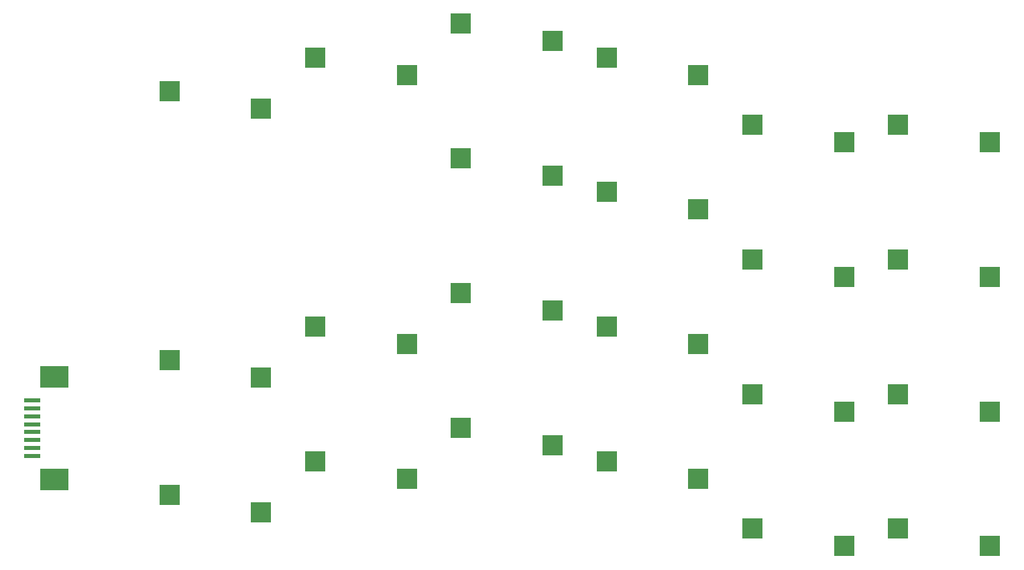
<source format=gbr>
%TF.GenerationSoftware,KiCad,Pcbnew,(6.0.4)*%
%TF.CreationDate,2024-05-03T20:31:11-07:00*%
%TF.ProjectId,right_staggered,72696768-745f-4737-9461-676765726564,v1.0.0*%
%TF.SameCoordinates,Original*%
%TF.FileFunction,Paste,Bot*%
%TF.FilePolarity,Positive*%
%FSLAX46Y46*%
G04 Gerber Fmt 4.6, Leading zero omitted, Abs format (unit mm)*
G04 Created by KiCad (PCBNEW (6.0.4)) date 2024-05-03 20:31:11*
%MOMM*%
%LPD*%
G01*
G04 APERTURE LIST*
%ADD10R,2.600000X2.600000*%
%ADD11R,2.000000X0.610000*%
%ADD12R,3.600000X2.680000*%
G04 APERTURE END LIST*
D10*
%TO.C,S20*%
X220325000Y-97300000D03*
X231875000Y-99500000D03*
%TD*%
%TO.C,S14*%
X201925000Y-122800000D03*
X213475000Y-125000000D03*
%TD*%
%TO.C,S13*%
X201925000Y-139800000D03*
X213475000Y-142000000D03*
%TD*%
%TO.C,S19*%
X220325000Y-114300000D03*
X231875000Y-116500000D03*
%TD*%
%TO.C,S15*%
X201925000Y-105800000D03*
X213475000Y-108000000D03*
%TD*%
%TO.C,S5*%
X146725000Y-93050000D03*
X158275000Y-95250000D03*
%TD*%
%TO.C,S17*%
X220325000Y-148300000D03*
X231875000Y-150500000D03*
%TD*%
%TO.C,S18*%
X220325000Y-131300000D03*
X231875000Y-133500000D03*
%TD*%
%TO.C,S22*%
X238725000Y-131300000D03*
X250275000Y-133500000D03*
%TD*%
%TO.C,S4*%
X146725000Y-127050000D03*
X158275000Y-129250000D03*
%TD*%
%TO.C,S12*%
X183525000Y-84550000D03*
X195075000Y-86750000D03*
%TD*%
%TO.C,S16*%
X201925000Y-88800000D03*
X213475000Y-91000000D03*
%TD*%
%TO.C,S10*%
X183525000Y-118550000D03*
X195075000Y-120750000D03*
%TD*%
%TO.C,S11*%
X183525000Y-101550000D03*
X195075000Y-103750000D03*
%TD*%
%TO.C,S7*%
X165125000Y-122800000D03*
X176675000Y-125000000D03*
%TD*%
%TO.C,S24*%
X238725000Y-97300000D03*
X250275000Y-99500000D03*
%TD*%
%TO.C,S23*%
X238725000Y-114300000D03*
X250275000Y-116500000D03*
%TD*%
%TO.C,S8*%
X165125000Y-88800000D03*
X176675000Y-91000000D03*
%TD*%
%TO.C,S9*%
X183525000Y-135550000D03*
X195075000Y-137750000D03*
%TD*%
%TO.C,S21*%
X238725000Y-148300000D03*
X250275000Y-150500000D03*
%TD*%
%TO.C,S3*%
X146725000Y-144050000D03*
X158275000Y-146250000D03*
%TD*%
%TO.C,S6*%
X165125000Y-139800000D03*
X176675000Y-142000000D03*
%TD*%
D11*
%TO.C,*%
X129400000Y-132100000D03*
X129400000Y-133100000D03*
X129400000Y-134100000D03*
X129400000Y-135100000D03*
X129400000Y-136100000D03*
X129400000Y-137100000D03*
X129400000Y-138100000D03*
X129400000Y-139100000D03*
D12*
X132200000Y-142090000D03*
X132200000Y-129110000D03*
%TD*%
M02*

</source>
